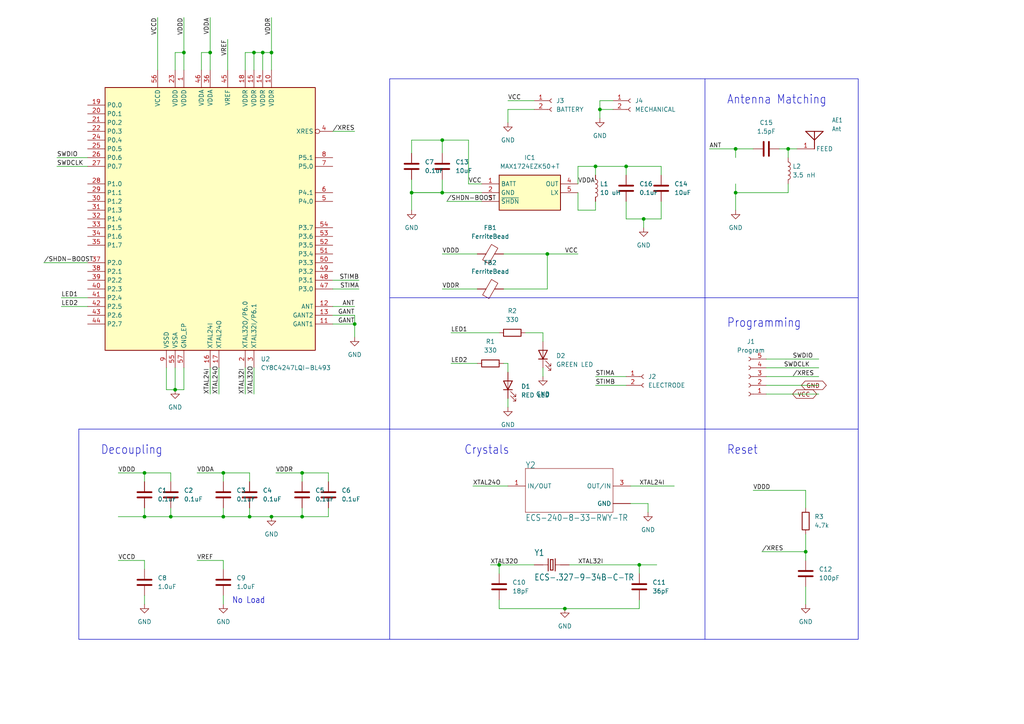
<source format=kicad_sch>
(kicad_sch (version 20230121) (generator eeschema)
  (paper "A4")
  (lib_symbols
    (symbol "Connector:Conn_01x02_Socket" (pin_names (offset 1.016) hide)
      (property "Reference" "J" (at 0 2.54 0))
      (property "Value" "Conn_01x02_Socket" (at 0 -5.08 0))
      (symbol "Conn_01x02_Socket_1_1"
        (arc (start 0 -2.032) (mid -0.5058 -2.54) (end 0 -3.048) (stroke (width 0.1524)))
        (polyline (pts (xy -1.27 -2.54) (xy -0.508 -2.54)) (stroke (width 0.1524)))
        (polyline (pts (xy -1.27 0) (xy -0.508 0)) (stroke (width 0.1524)))
        (arc (start 0 0.508) (mid -0.5058 0) (end 0 -0.508) (stroke (width 0.1524)))
        (pin passive line (at -5.08 0 0) (length 3.81) (name "Pin_1") (number "1"))
        (pin passive line (at -5.08 -2.54 0) (length 3.81) (name "Pin_2") (number "2"))
      )
    )
    (symbol "Connector:Conn_01x05_Socket" (pin_names (offset 1.016) hide)
      (property "Reference" "J" (at 0 7.62 0))
      (property "Value" "Conn_01x05_Socket" (at 0 -7.62 0))
      (symbol "Conn_01x05_Socket_1_1"
        (arc (start 0 -4.572) (mid -0.5058 -5.08) (end 0 -5.588) (stroke (width 0.1524)))
        (arc (start 0 -2.032) (mid -0.5058 -2.54) (end 0 -3.048) (stroke (width 0.1524)))
        (polyline (pts (xy -1.27 -5.08) (xy -0.508 -5.08)) (stroke (width 0.1524)))
        (polyline (pts (xy -1.27 -2.54) (xy -0.508 -2.54)) (stroke (width 0.1524)))
        (polyline (pts (xy -1.27 0) (xy -0.508 0)) (stroke (width 0.1524)))
        (polyline (pts (xy -1.27 2.54) (xy -0.508 2.54)) (stroke (width 0.1524)))
        (polyline (pts (xy -1.27 5.08) (xy -0.508 5.08)) (stroke (width 0.1524)))
        (arc (start 0 0.508) (mid -0.5058 0) (end 0 -0.508) (stroke (width 0.1524)))
        (arc (start 0 3.048) (mid -0.5058 2.54) (end 0 2.032) (stroke (width 0.1524)))
        (arc (start 0 5.588) (mid -0.5058 5.08) (end 0 4.572) (stroke (width 0.1524)))
        (pin passive line (at -5.08 5.08 0) (length 3.81) (name "Pin_1") (number "1"))
        (pin passive line (at -5.08 2.54 0) (length 3.81) (name "Pin_2") (number "2"))
        (pin passive line (at -5.08 0 0) (length 3.81) (name "Pin_3") (number "3"))
        (pin passive line (at -5.08 -2.54 0) (length 3.81) (name "Pin_4") (number "4"))
        (pin passive line (at -5.08 -5.08 0) (length 3.81) (name "Pin_5") (number "5"))
      )
    )
    (symbol "Device:C" (pin_numbers hide) (pin_names (offset 0.254))
      (property "Reference" "C" (at 0.635 2.54 0))
      (property "Value" "C" (at 0.635 -2.54 0))
      (symbol "C_0_1"
        (polyline (pts (xy -2.032 -0.762) (xy 2.032 -0.762)) (stroke (width 0.508)))
        (polyline (pts (xy -2.032 0.762) (xy 2.032 0.762)) (stroke (width 0.508)))
      )
      (symbol "C_1_1"
        (pin passive line (at 0 3.81 270) (length 2.794) (name "~") (number "1"))
        (pin passive line (at 0 -3.81 90) (length 2.794) (name "~") (number "2"))
      )
    )
    (symbol "Device:FerriteBead" (pin_numbers hide) (pin_names (offset 0))
      (property "Reference" "FB" (at -3.81 0.635 90))
      (property "Value" "FerriteBead" (at 3.81 0 90))
      (symbol "FerriteBead_0_1"
        (polyline (pts (xy 0 -1.27) (xy 0 -1.2192)))
        (polyline (pts (xy 0 1.27) (xy 0 1.2954)))
        (polyline (pts (xy -2.7686 0.4064) (xy -1.7018 2.2606) (xy 2.7686 -0.3048) (xy 1.6764 -2.159) (xy -2.7686 0.4064)))
      )
      (symbol "FerriteBead_1_1"
        (pin passive line (at 0 3.81 270) (length 2.54) (name "~") (number "1"))
        (pin passive line (at 0 -3.81 90) (length 2.54) (name "~") (number "2"))
      )
    )
    (symbol "Device:L" (pin_numbers hide) (pin_names (offset 1.016) hide)
      (property "Reference" "L" (at -1.27 0 90))
      (property "Value" "L" (at 1.905 0 90))
      (symbol "L_0_1"
        (arc (start 0 -2.54) (mid 0.6323 -1.905) (end 0 -1.27))
        (arc (start 0 -1.27) (mid 0.6323 -0.635) (end 0 0))
        (arc (start 0 0) (mid 0.6323 0.635) (end 0 1.27))
        (arc (start 0 1.27) (mid 0.6323 1.905) (end 0 2.54))
      )
      (symbol "L_1_1"
        (pin passive line (at 0 3.81 270) (length 1.27) (name "1") (number "1"))
        (pin passive line (at 0 -3.81 90) (length 1.27) (name "2") (number "2"))
      )
    )
    (symbol "Device:LED" (pin_numbers hide) (pin_names (offset 1.016) hide)
      (property "Reference" "D" (at 0 2.54 0))
      (property "Value" "LED" (at 0 -2.54 0))
      (symbol "LED_0_1"
        (polyline (pts (xy -1.27 -1.27) (xy -1.27 1.27)) (stroke (width 0.254)))
        (polyline (pts (xy -1.27 0) (xy 1.27 0)))
        (polyline (pts (xy 1.27 -1.27) (xy 1.27 1.27) (xy -1.27 0) (xy 1.27 -1.27)) (stroke (width 0.254)))
        (polyline (pts (xy -3.048 -0.762) (xy -4.572 -2.286) (xy -3.81 -2.286) (xy -4.572 -2.286) (xy -4.572 -1.524)))
        (polyline (pts (xy -1.778 -0.762) (xy -3.302 -2.286) (xy -2.54 -2.286) (xy -3.302 -2.286) (xy -3.302 -1.524)))
      )
      (symbol "LED_1_1"
        (pin passive line (at -3.81 0 0) (length 2.54) (name "K") (number "1"))
        (pin passive line (at 3.81 0 180) (length 2.54) (name "A") (number "2"))
      )
    )
    (symbol "Device:R" (pin_numbers hide) (pin_names (offset 0))
      (property "Reference" "R" (at 2.032 0 90))
      (property "Value" "R" (at 0 0 90))
      (symbol "R_0_1"
        (rectangle (start -1.016 -2.54) (end 1.016 2.54) (stroke (width 0.254)))
      )
      (symbol "R_1_1"
        (pin passive line (at 0 3.81 270) (length 1.27) (name "~") (number "1"))
        (pin passive line (at 0 -3.81 90) (length 1.27) (name "~") (number "2"))
      )
    )
    (symbol "KemereLabParts:MAX1724EZK50+T"
      (property "Reference" "IC" (at 24.13 7.62 0))
      (property "Value" "MAX1724EZK50+T" (at 24.13 5.08 0))
      (symbol "MAX1724EZK50+T_1_1"
        (rectangle (start 5.08 2.54) (end 22.86 -7.62) (stroke (width 0.254)) (fill (type background)))
        (pin passive line (at 0 0 0) (length 5.08) (name "BATT") (number "1"))
        (pin passive line (at 0 -2.54 0) (length 5.08) (name "GND") (number "2"))
        (pin passive line (at 0 -5.08 0) (length 5.08) (name "~{SHDN}") (number "3"))
        (pin passive line (at 27.94 0 180) (length 5.08) (name "OUT") (number "4"))
        (pin passive line (at 27.94 -2.54 180) (length 5.08) (name "LX") (number "5"))
      )
    )
    (symbol "MCU_Cypress:CY8C4247LQI-BL493"
      (property "Reference" "U" (at -29.21 39.37 0))
      (property "Value" "CY8C4247LQI-BL493" (at 0 2.54 0))
      (symbol "CY8C4247LQI-BL493_1_0"
        (rectangle (start -30.48 -38.1) (end 30.48 38.1) (stroke (width 0.254)) (fill (type background)))
      )
      (symbol "CY8C4247LQI-BL493_1_1"
        (pin power_in line (at -7.62 43.18 270) (length 5.08) (name "VDDD") (number "1"))
        (pin power_in line (at 17.78 43.18 270) (length 5.08) (name "VDDR") (number "10"))
        (pin power_in line (at 35.56 -30.48 180) (length 5.08) (name "GANT1") (number "11"))
        (pin output line (at 35.56 -25.4 180) (length 5.08) (name "ANT") (number "12"))
        (pin power_in line (at 35.56 -27.94 180) (length 5.08) (name "GANT2") (number "13"))
        (pin power_in line (at 15.24 43.18 270) (length 5.08) (name "VDDR") (number "14"))
        (pin power_in line (at 12.7 43.18 270) (length 5.08) (name "VDDR") (number "15"))
        (pin input line (at 0 -43.18 90) (length 5.08) (name "XTAL24I") (number "16"))
        (pin output line (at 2.54 -43.18 90) (length 5.08) (name "XTAL24O") (number "17"))
        (pin power_in line (at 10.16 43.18 270) (length 5.08) (name "VDDR") (number "18"))
        (pin bidirectional line (at -35.56 33.02 0) (length 5.08) (name "P0.0") (number "19"))
        (pin bidirectional line (at 10.16 -43.18 90) (length 5.08) (name "XTAL32O/P6.0") (number "2"))
        (pin bidirectional line (at -35.56 30.48 0) (length 5.08) (name "P0.1") (number "20"))
        (pin bidirectional line (at -35.56 27.94 0) (length 5.08) (name "P0.2") (number "21"))
        (pin bidirectional line (at -35.56 25.4 0) (length 5.08) (name "P0.3") (number "22"))
        (pin power_in line (at -10.16 43.18 270) (length 5.08) (name "VDDD") (number "23"))
        (pin bidirectional line (at -35.56 22.86 0) (length 5.08) (name "P0.4") (number "24"))
        (pin bidirectional line (at -35.56 20.32 0) (length 5.08) (name "P0.5") (number "25"))
        (pin bidirectional line (at -35.56 17.78 0) (length 5.08) (name "P0.6") (number "26"))
        (pin bidirectional line (at -35.56 15.24 0) (length 5.08) (name "P0.7") (number "27"))
        (pin bidirectional line (at -35.56 10.16 0) (length 5.08) (name "P1.0") (number "28"))
        (pin bidirectional line (at -35.56 7.62 0) (length 5.08) (name "P1.1") (number "29"))
        (pin bidirectional line (at 12.7 -43.18 90) (length 5.08) (name "XTAL32I/P6.1") (number "3"))
        (pin bidirectional line (at -35.56 5.08 0) (length 5.08) (name "P1.2") (number "30"))
        (pin bidirectional line (at -35.56 2.54 0) (length 5.08) (name "P1.3") (number "31"))
        (pin bidirectional line (at -35.56 0 0) (length 5.08) (name "P1.4") (number "32"))
        (pin bidirectional line (at -35.56 -2.54 0) (length 5.08) (name "P1.5") (number "33"))
        (pin bidirectional line (at -35.56 -5.08 0) (length 5.08) (name "P1.6") (number "34"))
        (pin bidirectional line (at -35.56 -7.62 0) (length 5.08) (name "P1.7") (number "35"))
        (pin power_in line (at 0 43.18 270) (length 5.08) (name "VDDA") (number "36"))
        (pin bidirectional line (at -35.56 -12.7 0) (length 5.08) (name "P2.0") (number "37"))
        (pin bidirectional line (at -35.56 -15.24 0) (length 5.08) (name "P2.1") (number "38"))
        (pin bidirectional line (at -35.56 -17.78 0) (length 5.08) (name "P2.2") (number "39"))
        (pin input inverted (at 35.56 25.4 180) (length 5.08) (name "XRES") (number "4"))
        (pin bidirectional line (at -35.56 -20.32 0) (length 5.08) (name "P2.3") (number "40"))
        (pin bidirectional line (at -35.56 -22.86 0) (length 5.08) (name "P2.4") (number "41"))
        (pin bidirectional line (at -35.56 -25.4 0) (length 5.08) (name "P2.5") (number "42"))
        (pin bidirectional line (at -35.56 -27.94 0) (length 5.08) (name "P2.6") (number "43"))
        (pin bidirectional line (at -35.56 -30.48 0) (length 5.08) (name "P2.7") (number "44"))
        (pin passive line (at 5.08 43.18 270) (length 5.08) (name "VREF") (number "45"))
        (pin power_in line (at -2.54 43.18 270) (length 5.08) (name "VDDA") (number "46"))
        (pin bidirectional line (at 35.56 -20.32 180) (length 5.08) (name "P3.0") (number "47"))
        (pin bidirectional line (at 35.56 -17.78 180) (length 5.08) (name "P3.1") (number "48"))
        (pin bidirectional line (at 35.56 -15.24 180) (length 5.08) (name "P3.2") (number "49"))
        (pin bidirectional line (at 35.56 5.08 180) (length 5.08) (name "P4.0") (number "5"))
        (pin bidirectional line (at 35.56 -12.7 180) (length 5.08) (name "P3.3") (number "50"))
        (pin bidirectional line (at 35.56 -10.16 180) (length 5.08) (name "P3.4") (number "51"))
        (pin bidirectional line (at 35.56 -7.62 180) (length 5.08) (name "P3.5") (number "52"))
        (pin bidirectional line (at 35.56 -5.08 180) (length 5.08) (name "P3.6") (number "53"))
        (pin bidirectional line (at 35.56 -2.54 180) (length 5.08) (name "P3.7") (number "54"))
        (pin power_in line (at -10.16 -43.18 90) (length 5.08) (name "VSSA") (number "55"))
        (pin power_out line (at -15.24 43.18 270) (length 5.08) (name "VCCD") (number "56"))
        (pin power_in line (at -7.62 -43.18 90) (length 5.08) (name "GND_EP") (number "57"))
        (pin bidirectional line (at 35.56 7.62 180) (length 5.08) (name "P4.1") (number "6"))
        (pin bidirectional line (at 35.56 15.24 180) (length 5.08) (name "P5.0") (number "7"))
        (pin bidirectional line (at 35.56 17.78 180) (length 5.08) (name "P5.1") (number "8"))
        (pin power_in line (at -12.7 -43.18 90) (length 5.08) (name "VSSD") (number "9"))
      )
    )
    (symbol "power:GND" (power) (pin_names (offset 0))
      (property "Value" "GND" (at 0 -3.81 0))
      (symbol "GND_0_1"
        (polyline (pts (xy 0 0) (xy 0 -1.27) (xy 1.27 -1.27) (xy 0 -2.54) (xy -1.27 -1.27) (xy 0 -1.27)))
      )
      (symbol "GND_1_1"
        (pin power_in line (at 0 0 270) (length 0) hide (name "GND") (number "1"))
      )
    )
    (symbol "rodentdbs-eagle-import:2450AT42B100E"
      (property "Reference" "AE" (at 5.0836 7.6255 0))
      (symbol "2450AT42B100E_1_0"
        (polyline (pts (xy -2.54 5.08) (xy 0 2.54)) (stroke (width 0.254)))
        (polyline (pts (xy 0 2.54) (xy 2.54 5.08)) (stroke (width 0.254)))
        (polyline (pts (xy 0 5.08) (xy -2.54 5.08)) (stroke (width 0.254)))
        (polyline (pts (xy 0 5.08) (xy 0 0)) (stroke (width 0.254)))
        (polyline (pts (xy 2.54 5.08) (xy 0 5.08)) (stroke (width 0.254)))
        (pin passive line (at -5.08 0 0) (length 5.08) (name "FEED") (number "1"))
      )
    )
    (symbol "rodentdbs-eagle-import:ECS-.327-9-34B-C-TR"
      (property "Reference" "Y" (at -5.0894 2.5447 0))
      (symbol "ECS-.327-9-34B-C-TR_1_0"
        (polyline (pts (xy -2.54 0) (xy -1.016 0)) (stroke (width 0.1524)))
        (polyline (pts (xy -1.016 1.778) (xy -1.016 -1.778)) (stroke (width 0.254)))
        (polyline (pts (xy -0.381 -1.524) (xy 0.381 -1.524)) (stroke (width 0.254)))
        (polyline (pts (xy -0.381 1.524) (xy -0.381 -1.524)) (stroke (width 0.254)))
        (polyline (pts (xy 0.381 -1.524) (xy 0.381 1.524)) (stroke (width 0.254)))
        (polyline (pts (xy 0.381 1.524) (xy -0.381 1.524)) (stroke (width 0.254)))
        (polyline (pts (xy 1.016 0) (xy 2.54 0)) (stroke (width 0.1524)))
        (polyline (pts (xy 1.016 1.778) (xy 1.016 -1.778)) (stroke (width 0.254)))
        (pin passive line (at -5.08 0 0) (length 2.54) (name "1") (number "1"))
        (pin passive line (at 5.08 0 180) (length 2.54) (name "2") (number "2"))
      )
    )
    (symbol "rodentdbs-eagle-import:ECS-240-8-33-RWY-TR"
      (property "Reference" "Y" (at -12.7168 7.63 0))
      (symbol "ECS-240-8-33-RWY-TR_1_0"
        (polyline (pts (xy -12.7 -5.08) (xy 12.7 -5.08)) (stroke (width 0.127)))
        (polyline (pts (xy -12.7 7.62) (xy -12.7 -5.08)) (stroke (width 0.127)))
        (polyline (pts (xy 12.7 -5.08) (xy 12.7 7.62)) (stroke (width 0.127)))
        (polyline (pts (xy 12.7 7.62) (xy -12.7 7.62)) (stroke (width 0.127)))
        (pin bidirectional line (at -17.78 2.54 0) (length 5.08) (name "IN/OUT") (number "1"))
        (pin power_in line (at 17.78 -2.54 180) (length 5.08) (name "GND") (number "2"))
        (pin bidirectional line (at 17.78 2.54 180) (length 5.08) (name "OUT/IN") (number "3"))
        (pin power_in line (at 17.78 -2.54 180) (length 5.08) (name "GND") (number "4"))
      )
    )
  )
  (junction (at 102.87 93.98))
  (junction (at 233.68 160.02))
  (junction (at 53.34 15.24))
  (junction (at 186.69 63.5))
  (junction (at 213.36 43.18))
  (junction (at 78.74 149.86))
  (junction (at 76.2 15.24))
  (junction (at 128.27 40.64))
  (junction (at 172.72 48.26))
  (junction (at 64.77 149.86))
  (junction (at 87.63 137.16))
  (junction (at 78.74 15.24))
  (junction (at 173.99 31.75))
  (junction (at 185.42 163.83))
  (junction (at 64.77 137.16))
  (junction (at 60.96 15.24))
  (junction (at 158.75 73.66))
  (junction (at 41.91 137.16))
  (junction (at 144.78 163.83))
  (junction (at 41.91 149.86))
  (junction (at 49.53 149.86))
  (junction (at 163.83 176.53))
  (junction (at 73.66 15.24))
  (junction (at 72.39 149.86))
  (junction (at 228.6 43.18))
  (junction (at 128.27 55.88))
  (junction (at 213.36 55.88))
  (junction (at 181.61 48.26))
  (junction (at 87.63 149.86))
  (junction (at 119.38 55.88))
  (junction (at 50.8 113.03))
  (wire (pts (xy 87.63 147.32) (xy 87.63 149.86)) (stroke (width 0.1524)))
  (wire (pts (xy 128.27 55.88) (xy 128.27 54.61)))
  (wire (pts (xy 96.52 93.98) (xy 102.87 93.98)))
  (wire (pts (xy 76.2 15.24) (xy 76.2 20.32)))
  (wire (pts (xy 34.29 162.56) (xy 41.91 162.56)) (stroke (width 0.1524)))
  (wire (pts (xy 64.77 147.32) (xy 64.77 149.86)) (stroke (width 0.1524)))
  (wire (pts (xy 87.63 139.7) (xy 87.63 137.16)) (stroke (width 0.1524)))
  (wire (pts (xy 172.72 48.26) (xy 181.61 48.26)))
  (wire (pts (xy 49.53 137.16) (xy 49.53 139.7)) (stroke (width 0.1524)))
  (wire (pts (xy 138.43 73.66) (xy 128.27 73.66)) (stroke (width 0.1524)))
  (wire (pts (xy 119.38 55.88) (xy 128.27 55.88)))
  (polyline (pts (xy 248.92 124.46) (xy 248.92 185.42)) (stroke (width 0.1524) (type solid)))
  (wire (pts (xy 57.15 137.16) (xy 64.77 137.16)) (stroke (width 0.1524)))
  (wire (pts (xy 78.74 15.24) (xy 78.74 20.32)))
  (wire (pts (xy 172.72 58.42) (xy 172.72 60.96)))
  (wire (pts (xy 213.36 45.72) (xy 213.36 43.18)) (stroke (width 0.1524)))
  (wire (pts (xy 157.48 106.68) (xy 157.48 109.22)))
  (wire (pts (xy 73.66 106.68) (xy 73.66 114.3)))
  (wire (pts (xy 222.25 111.76) (xy 237.49 111.76)) (stroke (width 0.1524)))
  (wire (pts (xy 144.78 173.99) (xy 144.78 176.53)) (stroke (width 0.1524)))
  (wire (pts (xy 191.77 63.5) (xy 186.69 63.5)) (stroke (width 0.1524)))
  (wire (pts (xy 213.36 43.18) (xy 205.74 43.18)) (stroke (width 0.1524)))
  (wire (pts (xy 128.27 40.64) (xy 128.27 44.45)) (stroke (width 0.1524)))
  (polyline (pts (xy 203.2 22.86) (xy 113.03 22.86)))
  (wire (pts (xy 87.63 137.16) (xy 95.25 137.16)) (stroke (width 0.1524)))
  (wire (pts (xy 172.72 60.96) (xy 167.64 60.96)))
  (wire (pts (xy 233.68 160.02) (xy 220.98 160.02)) (stroke (width 0.1524)))
  (wire (pts (xy 233.68 170.18) (xy 233.68 175.26)) (stroke (width 0.1524)))
  (wire (pts (xy 154.94 31.75) (xy 147.32 31.75)))
  (wire (pts (xy 73.66 15.24) (xy 76.2 15.24)))
  (wire (pts (xy 167.64 48.26) (xy 172.72 48.26)))
  (wire (pts (xy 163.83 176.53) (xy 185.42 176.53)) (stroke (width 0.1524)))
  (wire (pts (xy 48.26 106.68) (xy 48.26 113.03)))
  (wire (pts (xy 222.25 104.14) (xy 237.49 104.14)) (stroke (width 0.1524)))
  (wire (pts (xy 144.78 163.83) (xy 142.24 163.83)) (stroke (width 0.1524)))
  (wire (pts (xy 185.42 166.37) (xy 185.42 163.83)) (stroke (width 0.1524)))
  (wire (pts (xy 72.39 147.32) (xy 72.39 149.86)) (stroke (width 0.1524)))
  (wire (pts (xy 146.05 83.82) (xy 158.75 83.82)) (stroke (width 0.1524)))
  (wire (pts (xy 50.8 15.24) (xy 53.34 15.24)))
  (wire (pts (xy 58.42 15.24) (xy 60.96 15.24)))
  (wire (pts (xy 187.96 146.05) (xy 187.96 148.59)))
  (wire (pts (xy 41.91 172.72) (xy 41.91 175.26)) (stroke (width 0.1524)))
  (wire (pts (xy 172.72 109.22) (xy 181.61 109.22)))
  (polyline (pts (xy 204.47 86.36) (xy 113.03 86.36)) (stroke (width 0.1524) (type solid)))
  (wire (pts (xy 128.27 40.64) (xy 135.89 40.64)))
  (wire (pts (xy 64.77 172.72) (xy 64.77 175.26)) (stroke (width 0.1524)))
  (wire (pts (xy 222.25 106.68) (xy 237.49 106.68)) (stroke (width 0.1524)))
  (wire (pts (xy 96.52 81.28) (xy 104.14 81.28)))
  (wire (pts (xy 213.36 55.88) (xy 213.36 60.96)) (stroke (width 0.1524)))
  (wire (pts (xy 72.39 149.86) (xy 78.74 149.86)))
  (wire (pts (xy 147.32 115.57) (xy 147.32 118.11)))
  (wire (pts (xy 173.99 31.75) (xy 173.99 34.29)))
  (polyline (pts (xy 22.86 185.42) (xy 127 185.42)) (stroke (width 0.1524) (type solid)))
  (wire (pts (xy 63.5 106.68) (xy 63.5 114.3)))
  (wire (pts (xy 218.44 142.24) (xy 233.68 142.24)) (stroke (width 0.1524)))
  (wire (pts (xy 60.96 15.24) (xy 60.96 20.32)))
  (wire (pts (xy 228.6 43.18) (xy 231.14 43.18)))
  (polyline (pts (xy 248.92 185.42) (xy 204.47 185.42)) (stroke (width 0.1524) (type solid)))
  (polyline (pts (xy 203.2 22.86) (xy 204.47 22.86)) (stroke (width 0.1524) (type solid)))
  (wire (pts (xy 102.87 93.98) (xy 102.87 97.79)))
  (wire (pts (xy 78.74 5.08) (xy 78.74 15.24)))
  (wire (pts (xy 41.91 165.1) (xy 41.91 162.56)) (stroke (width 0.1524)))
  (wire (pts (xy 66.04 11.43) (xy 66.04 20.32)))
  (wire (pts (xy 233.68 160.02) (xy 233.68 162.56)) (stroke (width 0.1524)))
  (wire (pts (xy 57.15 162.56) (xy 64.77 162.56)) (stroke (width 0.1524)))
  (wire (pts (xy 34.29 137.16) (xy 41.91 137.16)) (stroke (width 0.1524)))
  (polyline (pts (xy 113.03 22.86) (xy 113.03 86.36)))
  (wire (pts (xy 53.34 5.08) (xy 53.34 15.24)))
  (polyline (pts (xy 113.03 124.46) (xy 204.47 124.46)) (stroke (width 0.1524) (type solid)))
  (wire (pts (xy 144.78 163.83) (xy 144.78 166.37)) (stroke (width 0.1524)))
  (wire (pts (xy 154.94 163.83) (xy 144.78 163.83)) (stroke (width 0.1524)))
  (wire (pts (xy 182.88 140.97) (xy 195.58 140.97)) (stroke (width 0.1524)))
  (wire (pts (xy 173.99 31.75) (xy 177.8 31.75)))
  (wire (pts (xy 128.27 55.88) (xy 139.7 55.88)))
  (wire (pts (xy 147.32 31.75) (xy 147.32 35.56)))
  (wire (pts (xy 233.68 142.24) (xy 233.68 147.32)) (stroke (width 0.1524)))
  (polyline (pts (xy 22.86 124.46) (xy 22.86 185.42)) (stroke (width 0.1524) (type solid)))
  (polyline (pts (xy 204.47 185.42) (xy 127 185.42)) (stroke (width 0.1524) (type solid)))
  (wire (pts (xy 167.64 48.26) (xy 167.64 53.34)))
  (wire (pts (xy 228.6 43.18) (xy 228.6 45.72)))
  (wire (pts (xy 64.77 162.56) (xy 64.77 165.1)) (stroke (width 0.1524)))
  (wire (pts (xy 172.72 111.76) (xy 181.61 111.76)))
  (wire (pts (xy 49.53 149.86) (xy 49.53 147.32)) (stroke (width 0.1524)))
  (wire (pts (xy 177.8 29.21) (xy 173.99 29.21)))
  (wire (pts (xy 58.42 20.32) (xy 58.42 15.24)))
  (wire (pts (xy 233.68 154.94) (xy 233.68 160.02)) (stroke (width 0.1524)))
  (polyline (pts (xy 204.47 124.46) (xy 248.92 124.46)) (stroke (width 0.1524) (type solid)))
  (wire (pts (xy 64.77 149.86) (xy 72.39 149.86)) (stroke (width 0.1524)))
  (wire (pts (xy 80.01 137.16) (xy 87.63 137.16)) (stroke (width 0.1524)))
  (polyline (pts (xy 113.03 185.42) (xy 113.03 124.46)) (stroke (width 0.1524) (type solid)))
  (wire (pts (xy 50.8 20.32) (xy 50.8 15.24)))
  (wire (pts (xy 119.38 55.88) (xy 119.38 60.96)))
  (wire (pts (xy 96.52 83.82) (xy 104.14 83.82)))
  (wire (pts (xy 186.69 63.5) (xy 186.69 66.04)))
  (wire (pts (xy 76.2 15.24) (xy 78.74 15.24)))
  (wire (pts (xy 102.87 91.44) (xy 102.87 93.98)))
  (wire (pts (xy 41.91 147.32) (xy 41.91 149.86)) (stroke (width 0.1524)))
  (polyline (pts (xy 204.47 22.86) (xy 248.92 22.86)) (stroke (width 0.1524) (type solid)))
  (wire (pts (xy 119.38 52.07) (xy 119.38 55.88)) (stroke (width 0.1524)))
  (wire (pts (xy 185.42 173.99) (xy 185.42 176.53)) (stroke (width 0.1524)))
  (wire (pts (xy 53.34 15.24) (xy 53.34 20.32)))
  (wire (pts (xy 129.54 58.42) (xy 139.7 58.42)))
  (wire (pts (xy 181.61 48.26) (xy 181.61 50.8)) (stroke (width 0.1524)))
  (wire (pts (xy 17.78 86.36) (xy 25.4 86.36)))
  (wire (pts (xy 96.52 91.44) (xy 102.87 91.44)))
  (wire (pts (xy 60.96 15.24) (xy 60.96 5.08)))
  (wire (pts (xy 152.4 96.52) (xy 157.48 96.52)))
  (wire (pts (xy 165.1 163.83) (xy 185.42 163.83)) (stroke (width 0.1524)))
  (wire (pts (xy 71.12 106.68) (xy 71.12 114.3)))
  (wire (pts (xy 95.25 147.32) (xy 95.25 149.86)) (stroke (width 0.1524)))
  (wire (pts (xy 181.61 63.5) (xy 181.61 58.42)) (stroke (width 0.1524)))
  (wire (pts (xy 41.91 149.86) (xy 49.53 149.86)) (stroke (width 0.1524)))
  (wire (pts (xy 185.42 163.83) (xy 190.5 163.83)) (stroke (width 0.1524)))
  (wire (pts (xy 64.77 137.16) (xy 64.77 139.7)) (stroke (width 0.1524)))
  (wire (pts (xy 147.32 105.41) (xy 147.32 107.95)))
  (wire (pts (xy 191.77 58.42) (xy 191.77 63.5)) (stroke (width 0.1524)))
  (wire (pts (xy 119.38 40.64) (xy 128.27 40.64)) (stroke (width 0.1524)))
  (wire (pts (xy 144.78 96.52) (xy 130.81 96.52)) (stroke (width 0.1524)))
  (wire (pts (xy 133.35 105.41) (xy 138.43 105.41)))
  (wire (pts (xy 72.39 137.16) (xy 72.39 139.7)) (stroke (width 0.1524)))
  (wire (pts (xy 16.51 45.72) (xy 25.4 45.72)))
  (wire (pts (xy 167.64 60.96) (xy 167.64 55.88)))
  (wire (pts (xy 172.72 48.26) (xy 172.72 50.8)))
  (wire (pts (xy 191.77 48.26) (xy 191.77 50.8)) (stroke (width 0.1524)))
  (wire (pts (xy 158.75 83.82) (xy 158.75 73.66)) (stroke (width 0.1524)))
  (polyline (pts (xy 204.47 124.46) (xy 204.47 86.36)) (stroke (width 0.1524) (type solid)))
  (wire (pts (xy 144.78 176.53) (xy 163.83 176.53)) (stroke (width 0.1524)))
  (wire (pts (xy 228.6 53.34) (xy 228.6 55.88)))
  (wire (pts (xy 64.77 137.16) (xy 72.39 137.16)) (stroke (width 0.1524)))
  (wire (pts (xy 41.91 137.16) (xy 41.91 139.7)) (stroke (width 0.1524)))
  (wire (pts (xy 146.05 105.41) (xy 147.32 105.41)))
  (polyline (pts (xy 204.47 86.36) (xy 204.47 22.86)) (stroke (width 0.1524) (type solid)))
  (wire (pts (xy 53.34 113.03) (xy 50.8 113.03)))
  (wire (pts (xy 173.99 29.21) (xy 173.99 31.75)))
  (wire (pts (xy 218.44 43.18) (xy 213.36 43.18)) (stroke (width 0.1524)))
  (polyline (pts (xy 248.92 71.12) (xy 248.92 124.46)) (stroke (width 0.1524) (type solid)))
  (polyline (pts (xy 204.47 124.46) (xy 204.47 185.42)) (stroke (width 0.1524) (type solid)))
  (wire (pts (xy 64.77 149.86) (xy 49.53 149.86)))
  (wire (pts (xy 48.26 113.03) (xy 50.8 113.03)))
  (polyline (pts (xy 113.03 124.46) (xy 22.86 124.46)) (stroke (width 0.1524) (type solid)))
  (wire (pts (xy 135.89 53.34) (xy 139.7 53.34)))
  (wire (pts (xy 128.27 55.88) (xy 119.38 55.88)) (stroke (width 0.1524)))
  (wire (pts (xy 158.75 73.66) (xy 167.64 73.66)))
  (wire (pts (xy 181.61 48.26) (xy 191.77 48.26)) (stroke (width 0.1524)))
  (wire (pts (xy 41.91 149.86) (xy 34.29 149.86)) (stroke (width 0.1524)))
  (wire (pts (xy 12.7 76.2) (xy 25.4 76.2)))
  (wire (pts (xy 45.72 5.08) (xy 45.72 20.32)))
  (wire (pts (xy 50.8 113.03) (xy 50.8 106.68)))
  (wire (pts (xy 147.32 29.21) (xy 154.94 29.21)))
  (wire (pts (xy 157.48 96.52) (xy 157.48 99.06)))
  (wire (pts (xy 16.51 48.26) (xy 25.4 48.26)))
  (wire (pts (xy 186.69 63.5) (xy 181.61 63.5)) (stroke (width 0.1524)))
  (wire (pts (xy 78.74 149.86) (xy 87.63 149.86)))
  (wire (pts (xy 222.25 114.3) (xy 237.49 114.3)) (stroke (width 0.1524)))
  (wire (pts (xy 53.34 106.68) (xy 53.34 113.03)))
  (wire (pts (xy 138.43 83.82) (xy 128.27 83.82)) (stroke (width 0.1524)))
  (wire (pts (xy 226.06 43.18) (xy 228.6 43.18)))
  (wire (pts (xy 49.53 149.86) (xy 49.53 148.59)))
  (wire (pts (xy 146.05 73.66) (xy 158.75 73.66)) (stroke (width 0.1524)))
  (polyline (pts (xy 248.92 22.86) (xy 248.92 71.12)) (stroke (width 0.1524) (type solid)))
  (wire (pts (xy 119.38 40.64) (xy 119.38 44.45)) (stroke (width 0.1524)))
  (wire (pts (xy 71.12 15.24) (xy 73.66 15.24)))
  (wire (pts (xy 73.66 15.24) (xy 73.66 20.32)))
  (wire (pts (xy 96.52 38.1) (xy 102.87 38.1)))
  (wire (pts (xy 147.32 140.97) (xy 137.16 140.97)) (stroke (width 0.1524)))
  (wire (pts (xy 182.88 146.05) (xy 187.96 146.05)) (stroke (width 0.1524)))
  (wire (pts (xy 95.25 149.86) (xy 87.63 149.86)) (stroke (width 0.1524)))
  (wire (pts (xy 71.12 20.32) (xy 71.12 15.24)))
  (wire (pts (xy 222.25 109.22) (xy 237.49 109.22)) (stroke (width 0.1524)))
  (wire (pts (xy 17.78 88.9) (xy 25.4 88.9)))
  (polyline (pts (xy 204.47 86.36) (xy 248.92 86.36)) (stroke (width 0.1524) (type solid)))
  (wire (pts (xy 228.6 55.88) (xy 213.36 55.88)))
  (polyline (pts (xy 113.03 86.36) (xy 113.03 124.46)) (stroke (width 0.1524) (type solid)))
  (wire (pts (xy 133.35 105.41) (xy 130.81 105.41)) (stroke (width 0.1524)))
  (wire (pts (xy 213.36 53.34) (xy 213.36 55.88)))
  (wire (pts (xy 128.27 52.07) (xy 128.27 55.88)) (stroke (width 0.1524)))
  (wire (pts (xy 60.96 106.68) (xy 60.96 114.3)))
  (wire (pts (xy 135.89 40.64) (xy 135.89 53.34)))
  (wire (pts (xy 41.91 137.16) (xy 49.53 137.16)) (stroke (width 0.1524)))
  (wire (pts (xy 95.25 139.7) (xy 95.25 137.16)) (stroke (width 0.1524)))
  (wire (pts (xy 96.52 88.9) (xy 102.87 88.9)))
  (text "Programming" (at 210.82 95.25 0) (effects (font (size 2.54 2.159)) (justify left bottom)))
  (text "No Load" (at 67.31 175.26 0) (effects (font (size 1.778 1.5113)) (justify left bottom)))
  (text "Crystals" (at 134.62 132.08 0) (effects (font (size 2.54 2.159)) (justify left bottom)))
  (text "Antenna Matching" (at 210.82 30.48 0) (effects (font (size 2.54 2.159)) (justify left bottom)))
  (text "Decoupling" (at 29.21 132.08 0) (effects (font (size 2.54 2.159)) (justify left bottom)))
  (text "Reset" (at 210.82 132.08 0) (effects (font (size 2.54 2.159)) (justify left bottom)))
  (label "VDDD" (at 34.29 137.16 0) (effects (font (size 1.2446 1.2446))))
  (label "VCCD" (at 45.72 5.08 270))
  (label "GANT" (at 102.87 91.44 180))
  (label "VDDD" (at 128.27 73.66 0) (effects (font (size 1.2446 1.2446))))
  (label "VDDR" (at 80.01 137.16 0) (effects (font (size 1.2446 1.2446))))
  (label "SWDCLK" (at 227.33 106.68 0) (effects (font (size 1.2446 1.2446))))
  (label "VDDA" (at 60.96 5.08 270))
  (label "STIMB" (at 104.14 81.28 180))
  (label "VREF" (at 66.04 11.43 270))
  (label "LED2" (at 17.78 88.9 0))
  (label "/XRES" (at 220.98 160.02 0) (effects (font (size 1.2446 1.2446))))
  (label "XTAL32I" (at 71.12 114.3 90))
  (label "ANT" (at 205.74 43.18 0) (effects (font (size 1.2446 1.2446))))
  (label "XTAL32O" (at 73.66 114.3 90))
  (label "VDDR" (at 78.74 5.08 270))
  (label "{slash}SHDN-BOOST" (at 12.7 76.2 0))
  (label "VREF" (at 57.15 162.56 0) (effects (font (size 1.2446 1.2446))))
  (label "STIMA" (at 172.72 109.22 0))
  (label "{slash}SHDN-BOOST" (at 129.54 58.42 0))
  (label "SWDIO" (at 16.51 45.72 0))
  (label "VDDR" (at 128.27 83.82 0) (effects (font (size 1.2446 1.2446))))
  (label "STIMA" (at 104.14 83.82 180))
  (label "LED1" (at 17.78 86.36 0))
  (label "XTAL24I" (at 185.42 140.97 0) (effects (font (size 1.2446 1.2446))))
  (label "SWDCLK" (at 16.51 48.26 0))
  (label "XTAL24O" (at 63.5 114.3 90))
  (label "XTAL24I" (at 60.96 114.3 90))
  (label "VCC" (at 167.64 73.66 180))
  (label "VCCD" (at 34.29 162.56 0) (effects (font (size 1.2446 1.2446))))
  (label "SWDIO" (at 229.87 104.14 0) (effects (font (size 1.2446 1.2446))))
  (label "{slash}XRES" (at 102.87 38.1 180))
  (label "XTAL32I" (at 167.64 163.83 0) (effects (font (size 1.2446 1.2446))))
  (label "VCC" (at 147.32 29.21 0))
  (label "STIMB" (at 172.72 111.76 0))
  (label "GANT" (at 102.87 93.98 180))
  (label "VDDA" (at 167.64 53.34 0))
  (label "ANT" (at 102.87 88.9 180))
  (label "XTAL24O" (at 137.16 140.97 0) (effects (font (size 1.2446 1.2446))))
  (label "VDDD" (at 218.44 142.24 0) (effects (font (size 1.2446 1.2446))))
  (label "LED2" (at 130.81 105.41 0) (effects (font (size 1.2446 1.2446))))
  (label "LED1" (at 130.81 96.52 0) (effects (font (size 1.2446 1.2446))))
  (label "/XRES" (at 229.87 109.22 0) (effects (font (size 1.2446 1.2446))))
  (label "VCC" (at 135.89 53.34 0))
  (label "VDDA" (at 57.15 137.16 0))
  (label "XTAL32O" (at 142.24 163.83 0) (effects (font (size 1.2446 1.2446))))
  (label "VDDD" (at 53.34 5.08 270))
  (global_label "VCC" (shape bidirectional) (at 229.87 114.3 0) (effects (font (size 1.2446 1.2446))) (property "Intersheetrefs" "${INTERSHEET_REFS}" (effects hide)))
  (global_label "GND" (shape bidirectional) (at 232.41 111.76 0) (effects (font (size 1.2446 1.2446))) (property "Intersheetrefs" "${INTERSHEET_REFS}" (effects hide)))
  (symbol (lib_id "Connector:Conn_01x02_Socket") (at 182.88 29.21 0) (unit 1)
    (property "Reference" "J4" (at 184.15 29.21 0) (effects (justify left)))
    (property "Value" "MECHANICAL" (at 184.15 31.75 0) (effects (justify left)))
    (property "Footprint" "Connector_PinHeader_2.54mm:PinHeader_1x02_P2.54mm_Vertical" (effects hide))
  )
  (symbol (lib_id "power:GND") (at 186.69 66.04 0) (unit 1)
    (property "Reference" "#PWR014" (effects hide))
    (property "Value" "GND" (at 186.69 71.12 0))
  )
  (symbol (lib_id "Device:C") (at 87.63 143.51 0) (unit 1)
    (property "Reference" "C5" (at 91.44 142.24 0) (effects (justify left)))
    (property "Value" "0.1uF" (at 91.44 144.78 0) (effects (justify left)))
    (property "Footprint" "Capacitor_SMD:C_0402_1005Metric" (effects hide))
    (property "Manufacturer_Name" "Kyocera" (effects hide))
    (property "Manufacturer_Part_Number" "04023D104KAT2A" (effects hide))
  )
  (symbol (lib_id "Device:R") (at 142.24 105.41 90) (unit 1)
    (property "Reference" "R1" (at 142.24 99.06 90))
    (property "Value" "330" (at 142.24 101.6 90))
    (property "Footprint" "Resistor_SMD:R_0402_1005Metric" (effects hide))
    (property "Manufacturer_Name" "Panasonic" (effects hide))
    (property "Manufacturer_Part_Number" "ERJ-2GEJ331X " (effects hide))
  )
  (symbol (lib_id "Device:FerriteBead") (at 142.24 73.66 90) (unit 1)
    (property "Reference" "FB1" (at 142.1892 66.04 90))
    (property "Value" "FerriteBead" (at 142.1892 68.58 90))
    (property "Footprint" "Inductor_SMD:L_0402_1005Metric" (effects hide))
    (property "Manufacturer_Name" "Murata" (effects hide))
    (property "Manufacturer_Part_Number" "BLM15AX221SN1D " (effects hide))
  )
  (symbol (lib_id "Device:C") (at 222.25 43.18 90) (unit 1)
    (property "Reference" "C15" (at 222.25 35.56 90))
    (property "Value" "1.5pF" (at 222.25 38.1 90))
    (property "Footprint" "Capacitor_SMD:C_0402_1005Metric" (effects hide))
    (property "Manufacturer_Name" "Murata" (effects hide))
    (property "Manufacturer_Part_Number" "GJM1555C1HR15BB01D" (effects hide))
  )
  (symbol (lib_id "Device:C") (at 181.61 54.61 0) (unit 1)
    (property "Reference" "C16" (at 185.42 53.34 0) (effects (justify left)))
    (property "Value" "0.1uF" (at 185.42 55.88 0) (effects (justify left)))
    (property "Footprint" "Capacitor_SMD:C_0402_1005Metric" (effects hide))
    (property "Manufacturer_Name" "Kyocera" (effects hide))
    (property "Manufacturer_Part_Number" "04023D104KAT2A" (effects hide))
  )
  (symbol (lib_id "Device:L") (at 172.72 54.61 0) (unit 1)
    (property "Reference" "L1" (at 173.99 53.34 0) (effects (justify left)))
    (property "Value" "10 uH" (at 173.99 55.88 0) (effects (justify left)))
    (property "Footprint" "Inductor_SMD:L_1210_3225Metric" (effects hide))
    (property "Manufacturer_Name" "Murata" (effects hide))
    (property "Manufacturer_Part_Number" " 1277AS-H-100M=P2 " (effects hide))
  )
  (symbol (lib_id "KemereLabParts:MAX1724EZK50+T") (at 139.7 53.34 0) (unit 1)
    (property "Reference" "IC1" (at 153.67 45.72 0))
    (property "Value" "MAX1724EZK50+T" (at 153.67 48.26 0))
    (property "Footprint" "SOT95P275X110-5N" (effects hide))
    (property "Datasheet" "http://componentsearchengine.com/Datasheets/3/MAX1724EZK50+T.pdf" (effects hide))
    (property "Height" "1.1" (effects hide))
    (property "Mouser Part Number" "700-MAX1724EZK50T" (effects hide))
    (property "Mouser Price/Stock" "https://www.mouser.co.uk/ProductDetail/Analog-Devices-Maxim-Integrated/MAX1724EZK50%2bT?qs=1THa7WoU59EvvG1ye0TdGQ%3D%3D" (effects hide))
    (property "Manufacturer_Name" "Analog Devices" (effects hide))
    (property "Manufacturer_Part_Number" "MAX1724EZK50+T" (effects hide))
  )
  (symbol (lib_id "MCU_Cypress:CY8C4247LQI-BL493") (at 60.96 63.5 0) (unit 1)
    (property "Reference" "U2" (at 75.6159 104.14 0) (effects (justify left)))
    (property "Value" "CY8C4247LQI-BL493" (at 75.6159 106.68 0) (effects (justify left)))
    (property "Footprint" "Package_DFN_QFN:QFN-56-1EP_7x7mm_P0.4mm_EP5.6x5.6mm" (effects hide))
    (property "Datasheet" "http://www.cypress.com/file/137466/download" (effects hide))
    (property "Manufacturer_Name" "Infineon" (effects hide))
    (property "Manufacturer_Part_Number" "CY8C4247LQI-BL493" (effects hide))
  )
  (symbol (lib_id "rodentdbs-eagle-import:ECS-.327-9-34B-C-TR") (at 160.02 163.83 0) (unit 1)
    (property "Reference" "Y1" (at 154.9305 161.2853 0) (effects (font (size 1.7813 1.5141)) (justify left bottom)))
    (property "Value" "ECS-.327-9-34B-C-TR" (at 154.9288 168.4121 0) (effects (font (size 1.7819 1.5146)) (justify left bottom)))
    (property "Footprint" "rodentdbs:XTAL_ECS-.327-9-34B-C-TR" (effects hide))
    (property "Manufacturer_Name" "ECS Inc." (effects hide))
    (property "Manufacturer_Part_Number" "ECS-.327-9-34B-C-TR" (effects hide))
  )
  (symbol (lib_id "Device:C") (at 41.91 143.51 0) (unit 1)
    (property "Reference" "C1" (at 45.72 142.24 0) (effects (justify left)))
    (property "Value" "0.1uF" (at 45.72 144.78 0) (effects (justify left)))
    (property "Footprint" "Capacitor_SMD:C_0402_1005Metric" (effects hide))
    (property "Manufacturer_Name" "Kyocera" (effects hide))
    (property "Manufacturer_Part_Number" "04023D104KAT2A" (effects hide))
  )
  (symbol (lib_id "power:GND") (at 78.74 149.86 0) (unit 1)
    (property "Reference" "#PWR010" (effects hide))
    (property "Value" "GND" (at 78.74 154.94 0))
  )
  (symbol (lib_id "Device:R") (at 233.68 151.13 0) (unit 1)
    (property "Reference" "R3" (at 236.22 149.86 0) (effects (justify left)))
    (property "Value" "4.7k" (at 236.22 152.4 0) (effects (justify left)))
    (property "Footprint" "Resistor_SMD:R_0402_1005Metric" (effects hide))
    (property "Manufacturer_Name" "Panasonic" (effects hide))
    (property "Manufacturer_Part_Number" "ERA-2VEB4701X " (effects hide))
  )
  (symbol (lib_id "Connector:Conn_01x02_Socket") (at 160.02 29.21 0) (unit 1)
    (property "Reference" "J3" (at 161.29 29.21 0) (effects (justify left)))
    (property "Value" "BATTERY" (at 161.29 31.75 0) (effects (justify left)))
    (property "Footprint" "Connector_PinHeader_2.54mm:PinHeader_1x02_P2.54mm_Vertical" (effects hide))
  )
  (symbol (lib_id "Device:C") (at 185.42 170.18 0) (unit 1)
    (property "Reference" "C11" (at 189.23 168.91 0) (effects (justify left)))
    (property "Value" "36pF" (at 189.23 171.45 0) (effects (justify left)))
    (property "Footprint" "Capacitor_SMD:C_0402_1005Metric" (effects hide))
    (property "Manufacturer_Name" "Kyocera" (effects hide))
    (property "Manufacturer_Part_Number" "04025A360JAT2A " (effects hide))
  )
  (symbol (lib_id "rodentdbs-eagle-import:2450AT42B100E") (at 236.22 43.18 0) (unit 1)
    (property "Reference" "AE1" (at 241.3036 35.5545 0) (effects (font (size 1.2709 1.0802)) (justify left bottom)))
    (property "Value" "Ant" (at 241.3052 38.0948 0) (effects (font (size 1.2713 1.0806)) (justify left bottom)))
    (property "Footprint" "rodentdbs:XCVR_2450AT42B100E" (effects hide))
    (property "Manufacturer_Name" "Johanson Technology" (effects hide))
    (property "Manufacturer_Part_Number" "2450AT42B0100001E" (effects hide))
  )
  (symbol (lib_id "power:GND") (at 213.36 60.96 0) (unit 1)
    (property "Reference" "#PWR04" (effects hide))
    (property "Value" "GND" (at 213.36 66.04 0))
  )
  (symbol (lib_id "power:GND") (at 147.32 35.56 0) (unit 1)
    (property "Reference" "#PWR012" (effects hide))
    (property "Value" "GND" (at 147.32 40.64 0))
  )
  (symbol (lib_id "power:GND") (at 50.8 113.03 0) (unit 1)
    (property "Reference" "#PWR01" (effects hide))
    (property "Value" "GND" (at 50.8 118.11 0))
  )
  (symbol (lib_id "Connector:Conn_01x02_Socket") (at 186.69 109.22 0) (unit 1)
    (property "Reference" "J2" (at 187.96 109.22 0) (effects (justify left)))
    (property "Value" "ELECTRODE" (at 187.96 111.76 0) (effects (justify left)))
    (property "Footprint" "Connector_PinHeader_1.27mm:PinHeader_1x02_P1.27mm_Vertical" (effects hide))
  )
  (symbol (lib_id "Device:C") (at 144.78 170.18 0) (unit 1)
    (property "Reference" "C10" (at 148.59 168.91 0) (effects (justify left)))
    (property "Value" "18pF" (at 148.59 171.45 0) (effects (justify left)))
    (property "Footprint" "Capacitor_SMD:C_0402_1005Metric" (effects hide))
    (property "Manufacturer_Name" "Kyocera" (effects hide))
    (property "Manufacturer_Part_Number" "04025A180JAT2A " (effects hide))
  )
  (symbol (lib_id "power:GND") (at 157.48 109.22 0) (unit 1)
    (property "Reference" "#PWR03" (effects hide))
    (property "Value" "GND" (at 157.48 114.3 0))
  )
  (symbol (lib_id "power:GND") (at 187.96 148.59 0) (unit 1)
    (property "Reference" "#PWR07" (effects hide))
    (property "Value" "GND" (at 187.96 153.67 0))
  )
  (symbol (lib_id "power:GND") (at 163.83 176.53 0) (unit 1)
    (property "Reference" "#PWR05" (effects hide))
    (property "Value" "GND" (at 163.83 181.61 0))
  )
  (symbol (lib_id "power:GND") (at 147.32 118.11 0) (unit 1)
    (property "Reference" "#PWR02" (effects hide))
    (property "Value" "GND" (at 147.32 123.19 0))
  )
  (symbol (lib_id "Device:C") (at 41.91 168.91 0) (unit 1)
    (property "Reference" "C8" (at 45.72 167.64 0) (effects (justify left)))
    (property "Value" "1.0uF" (at 45.72 170.18 0) (effects (justify left)))
    (property "Footprint" "Capacitor_SMD:C_0402_1005Metric" (effects hide))
    (property "Manufacturer_Name" "Kyocera" (effects hide))
    (property "Manufacturer_Part_Number" "0402X105K160CT " (effects hide))
  )
  (symbol (lib_id "power:GND") (at 173.99 34.29 0) (unit 1)
    (property "Reference" "#PWR013" (effects hide))
    (property "Value" "GND" (at 173.99 39.37 0))
  )
  (symbol (lib_id "Connector:Conn_01x05_Socket") (at 217.17 109.22 180) (unit 1)
    (property "Reference" "J1" (at 217.805 99.06 0))
    (property "Value" "Program" (at 217.805 101.6 0))
    (property "Footprint" "Connector_PinHeader_1.27mm:PinHeader_1x05_P1.27mm_Vertical" (effects hide))
  )
  (symbol (lib_id "Device:C") (at 64.77 143.51 0) (unit 1)
    (property "Reference" "C3" (at 68.58 142.24 0) (effects (justify left)))
    (property "Value" "0.1uF" (at 68.58 144.78 0) (effects (justify left)))
    (property "Footprint" "Capacitor_SMD:C_0402_1005Metric" (effects hide))
    (property "Manufacturer_Name" "Kyocera" (effects hide))
    (property "Manufacturer_Part_Number" "04023D104KAT2A" (effects hide))
  )
  (symbol (lib_id "Device:C") (at 64.77 168.91 0) (unit 1)
    (property "Reference" "C9" (at 68.58 167.64 0) (effects (justify left)))
    (property "Value" "1.0uF" (at 68.58 170.18 0) (effects (justify left)))
    (property "Footprint" "Capacitor_SMD:C_0402_1005Metric" (effects hide))
    (property "Manufacturer_Name" "Kyocera" (effects hide))
    (property "Manufacturer_Part_Number" "0402X105K160CT " (effects hide))
  )
  (symbol (lib_id "power:GND") (at 119.38 60.96 0) (unit 1)
    (property "Reference" "#PWR011" (effects hide))
    (property "Value" "GND" (at 119.38 66.04 0))
  )
  (symbol (lib_id "power:GND") (at 102.87 97.79 0) (unit 1)
    (property "Reference" "#PWR015" (effects hide))
    (property "Value" "GND" (at 102.87 102.87 0))
  )
  (symbol (lib_id "Device:C") (at 49.53 143.51 0) (unit 1)
    (property "Reference" "C2" (at 53.34 142.24 0) (effects (justify left)))
    (property "Value" "0.1uF" (at 53.34 144.78 0) (effects (justify left)))
    (property "Footprint" "Capacitor_SMD:C_0402_1005Metric" (effects hide))
    (property "Manufacturer_Name" "Kyocera" (effects hide))
    (property "Manufacturer_Part_Number" "04023D104KAT2A" (effects hide))
  )
  (symbol (lib_id "Device:FerriteBead") (at 142.24 83.82 90) (unit 1)
    (property "Reference" "FB2" (at 142.1892 76.2 90))
    (property "Value" "FerriteBead" (at 142.1892 78.74 90))
    (property "Footprint" "Inductor_SMD:L_0402_1005Metric" (effects hide))
    (property "Manufacturer_Name" "Murata" (effects hide))
    (property "Manufacturer_Part_Number" "BLM15AX221SN1D " (effects hide))
  )
  (symbol (lib_id "Device:C") (at 95.25 143.51 0) (unit 1)
    (property "Reference" "C6" (at 99.06 142.24 0) (effects (justify left)))
    (property "Value" "0.1uF" (at 99.06 144.78 0) (effects (justify left)))
    (property "Footprint" "Capacitor_SMD:C_0402_1005Metric" (effects hide))
    (property "Manufacturer_Name" "Kyocera" (effects hide))
    (property "Manufacturer_Part_Number" "04023D104KAT2A" (effects hide))
  )
  (symbol (lib_id "Device:LED") (at 147.32 111.76 90) (unit 1)
    (property "Reference" "D1" (at 151.13 112.0775 90) (effects (justify right)))
    (property "Value" "RED LED" (at 151.13 114.6175 90) (effects (justify right)))
    (property "Footprint" "LED_SMD:LED_0402_1005Metric" (effects hide))
    (property "Manufacturer_Name" "Wurth Electronik" (effects hide))
    (property "Manufacturer_Part_Number" "150040RS73240" (effects hide))
  )
  (symbol (lib_id "Device:L") (at 228.6 49.53 0) (unit 1)
    (property "Reference" "L2" (at 229.87 48.26 0) (effects (justify left)))
    (property "Value" "3.5 nH" (at 229.87 50.8 0) (effects (justify left)))
    (property "Footprint" "Inductor_SMD:L_0402_1005Metric" (effects hide))
    (property "Manufacturer_Name" "Murata" (effects hide))
    (property "Manufacturer_Part_Number" "LQG15HS3N9S02D " (effects hide))
  )
  (symbol (lib_id "rodentdbs-eagle-import:ECS-240-8-33-RWY-TR") (at 165.1 143.51 0) (unit 1)
    (property "Reference" "Y2" (at 152.3832 135.88 0) (effects (font (size 1.7864 1.5184)) (justify left bottom)))
    (property "Value" "ECS-240-8-33-RWY-TR" (at 152.3851 151.139 0) (effects (font (size 1.7822 1.5148)) (justify left bottom)))
    (property "Footprint" "rodentdbs:XTAL_ECS-240-8-33-RWY-TR" (effects hide))
    (property "Manufacturer_Name" "ECS Inc." (effects hide))
    (property "Manufacturer_Part_Number" "ECS-240-8-33-RWY-TR" (effects hide))
  )
  (symbol (lib_id "Device:C") (at 233.68 166.37 0) (unit 1)
    (property "Reference" "C12" (at 237.49 165.1 0) (effects (justify left)))
    (property "Value" "100pF" (at 237.49 167.64 0) (effects (justify left)))
    (property "Footprint" "Capacitor_SMD:C_0402_1005Metric" (effects hide))
    (property "Manufacturer_Name" "Kyocera" (effects hide))
    (property "Manufacturer_Part_Number" "04025C101KAT2A " (effects hide))
  )
  (symbol (lib_id "Device:C") (at 191.77 54.61 0) (unit 1)
    (property "Reference" "C14" (at 195.58 53.34 0) (effects (justify left)))
    (property "Value" "10uF" (at 195.58 55.88 0) (effects (justify left)))
    (property "Footprint" "Capacitor_SMD:C_0603_1608Metric" (effects hide))
    (property "Manufacturer_Name" "Kyocera" (effects hide))
    (property "Manufacturer_Part_Number" "06033D106MAT2A " (effects hide))
  )
  (symbol (lib_id "power:GND") (at 233.68 175.26 0) (unit 1)
    (property "Reference" "#PWR06" (effects hide))
    (property "Value" "GND" (at 233.68 180.34 0))
  )
  (symbol (lib_id "Device:LED") (at 157.48 102.87 90) (unit 1)
    (property "Reference" "D2" (at 161.29 103.1875 90) (effects (justify right)))
    (property "Value" "GREEN LED" (at 161.29 105.7275 90) (effects (justify right)))
    (property "Footprint" "LED_SMD:LED_0402_1005Metric" (effects hide))
    (property "Manufacturer_Name" "Wurth Electronik" (effects hide))
    (property "Manufacturer_Part_Number" "150040VS73240 " (effects hide))
  )
  (symbol (lib_id "Device:C") (at 72.39 143.51 0) (unit 1)
    (property "Reference" "C4" (at 76.2 142.24 0) (effects (justify left)))
    (property "Value" "0.1uF" (at 76.2 144.78 0) (effects (justify left)))
    (property "Footprint" "Capacitor_SMD:C_0402_1005Metric" (effects hide))
    (property "Manufacturer_Name" "Kyocera" (effects hide))
    (property "Manufacturer_Part_Number" "04023D104KAT2A" (effects hide))
  )
  (symbol (lib_id "Device:R") (at 148.59 96.52 90) (unit 1)
    (property "Reference" "R2" (at 148.59 90.17 90))
    (property "Value" "330" (at 148.59 92.71 90))
    (property "Footprint" "Resistor_SMD:R_0402_1005Metric" (effects hide))
    (property "Manufacturer_Name" "Panasonic" (effects hide))
    (property "Manufacturer_Part_Number" "ERJ-2GEJ331X " (effects hide))
  )
  (symbol (lib_id "Device:C") (at 119.38 48.26 0) (unit 1)
    (property "Reference" "C7" (at 123.19 46.99 0) (effects (justify left)))
    (property "Value" "0.1uF" (at 123.19 49.53 0) (effects (justify left)))
    (property "Footprint" "Capacitor_SMD:C_0402_1005Metric" (effects hide))
    (property "Manufacturer_Name" "Kyocera" (effects hide))
    (property "Manufacturer_Part_Number" "04023D104KAT2A" (effects hide))
  )
  (symbol (lib_id "power:GND") (at 41.91 175.26 0) (unit 1)
    (property "Reference" "#PWR09" (effects hide))
    (property "Value" "GND" (at 41.91 180.34 0))
  )
  (symbol (lib_id "Device:C") (at 128.27 48.26 0) (unit 1)
    (property "Reference" "C13" (at 132.08 46.99 0) (effects (justify left)))
    (property "Value" "10uF" (at 132.08 49.53 0) (effects (justify left)))
    (property "Footprint" "Capacitor_SMD:C_0603_1608Metric" (effects hide))
    (property "Manufacturer_Name" "Kyocera" (effects hide))
    (property "Manufacturer_Part_Number" "04026D106MAT2A" (effects hide))
  )
  (symbol (lib_id "power:GND") (at 64.77 175.26 0) (unit 1)
    (property "Reference" "#PWR08" (effects hide))
    (property "Value" "GND" (at 64.77 180.34 0))
  )
)
</source>
